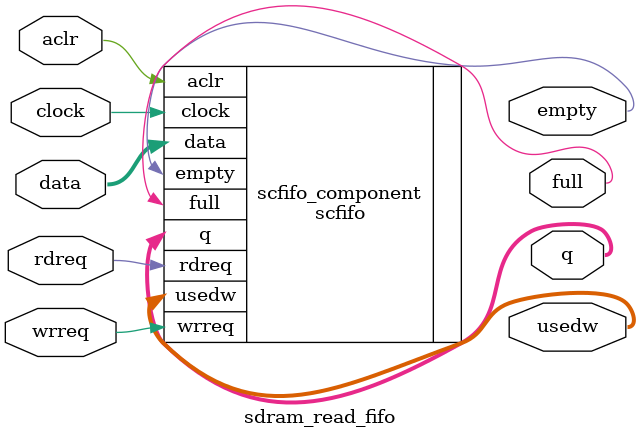
<source format=v>
module sdram_read_fifo (
	input	wire			clock,
	input	wire			aclr,
	input	wire[15:0]	data,
	input	wire			rdreq,
	input	wire			wrreq,
	output wire[15:0]  	q,     
	output wire[5:0]  	usedw,
	output wire			empty,
	output wire			full   
);

	scfifo  scfifo_component (
			.clock 	 (clock),
			.aclr 	 (aclr),
			.data 	 (data),
			.rdreq 	 (rdreq),
			.wrreq 	 (wrreq),
			.q 		 (q),
			.usedw  	 (usedw),
			.empty  	 (empty),
			.full   	 (full)
	);
	defparam 
		scfifo_component.intended_device_family = "Cyclone V",
		scfifo_component.lpm_numwords = 64,
		scfifo_component.lpm_showahead = "OFF",
		scfifo_component.lpm_type = "scfifo",
		scfifo_component.lpm_width = 16,
		scfifo_component.lpm_widthu = 6,
		scfifo_component.overflow_checking = "OFF",
		scfifo_component.rdsync_delaypipe = 4,
		scfifo_component.read_aclr_synch = "OFF",
		scfifo_component.underflow_checking = "ON",
		scfifo_component.use_eab = "ON",
		scfifo_component.write_aclr_synch = "OFF",
		scfifo_component.wrsync_delaypipe = 4;
		
endmodule

</source>
